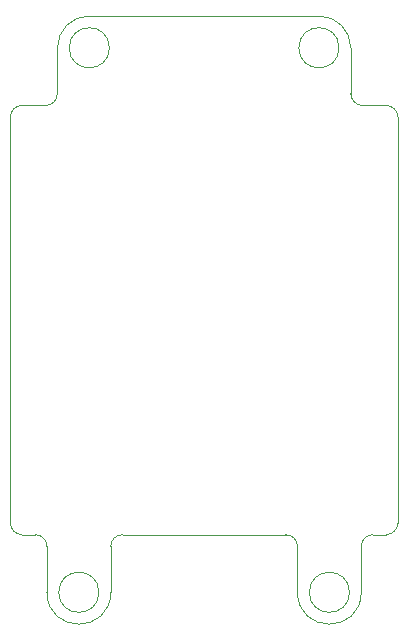
<source format=gbr>
%TF.GenerationSoftware,KiCad,Pcbnew,8.0.7*%
%TF.CreationDate,2025-02-15T22:59:02+05:30*%
%TF.ProjectId,isopcb,69736f70-6362-42e6-9b69-6361645f7063,rev?*%
%TF.SameCoordinates,Original*%
%TF.FileFunction,Profile,NP*%
%FSLAX46Y46*%
G04 Gerber Fmt 4.6, Leading zero omitted, Abs format (unit mm)*
G04 Created by KiCad (PCBNEW 8.0.7) date 2025-02-15 22:59:02*
%MOMM*%
%LPD*%
G01*
G04 APERTURE LIST*
%TA.AperFunction,Profile*%
%ADD10C,0.100000*%
%TD*%
G04 APERTURE END LIST*
D10*
X156389927Y-112826184D02*
G75*
G02*
X157389927Y-111826227I999973J-16D01*
G01*
X157826000Y-67906600D02*
X170766000Y-67906600D01*
X176602073Y-116706600D02*
G75*
G02*
X173202073Y-116706600I-1700000J0D01*
G01*
X173202073Y-116706600D02*
G75*
G02*
X176602073Y-116706600I1700000J0D01*
G01*
X174018492Y-67906600D02*
G75*
G02*
X176718500Y-70606600I8J-2700000D01*
G01*
X174018492Y-67906600D02*
X170766000Y-67906600D01*
X179702250Y-75488184D02*
G75*
G02*
X180702216Y-76488184I-50J-1000016D01*
G01*
X179702250Y-75488184D02*
X177718492Y-75488184D01*
X177602073Y-116706600D02*
G75*
G02*
X172202073Y-116706600I-2700000J0D01*
G01*
X172202073Y-112826184D02*
X172202073Y-116706600D01*
X155389927Y-116706600D02*
G75*
G02*
X151989927Y-116706600I-1700000J0D01*
G01*
X151989927Y-116706600D02*
G75*
G02*
X155389927Y-116706600I1700000J0D01*
G01*
X147889250Y-76488185D02*
G75*
G02*
X148889250Y-75488250I999950J-15D01*
G01*
X180702250Y-110826184D02*
X180702250Y-76488184D01*
X156389927Y-116706600D02*
X156389927Y-112826184D01*
X147889251Y-92776185D02*
X147889251Y-110826184D01*
X156389927Y-116706600D02*
G75*
G02*
X150989927Y-116706600I-2700000J0D01*
G01*
X178602073Y-111826184D02*
X179702250Y-111826184D01*
X177602073Y-116706600D02*
X177602073Y-112826184D01*
X157389927Y-111826184D02*
X171202073Y-111826184D01*
X147889250Y-76488185D02*
X147889251Y-92776185D01*
X148889737Y-111826184D02*
G75*
G02*
X147889316Y-110826184I-437J999984D01*
G01*
X175718492Y-70606600D02*
G75*
G02*
X172318492Y-70606600I-1700000J0D01*
G01*
X172318492Y-70606600D02*
G75*
G02*
X175718492Y-70606600I1700000J0D01*
G01*
X151873508Y-70606600D02*
X151873508Y-74488185D01*
X149989927Y-111826184D02*
G75*
G02*
X150989916Y-112826184I-27J-1000016D01*
G01*
X150989927Y-112826184D02*
X150989927Y-116706600D01*
X157826000Y-67906600D02*
X154573508Y-67906600D01*
X180702250Y-110826184D02*
G75*
G02*
X179702250Y-111826150I-999950J-16D01*
G01*
X150873508Y-75488185D02*
X148889250Y-75488185D01*
X151873508Y-70606600D02*
G75*
G02*
X154573508Y-67906608I2699992J0D01*
G01*
X148889737Y-111826184D02*
X149989927Y-111826184D01*
X176718492Y-74488184D02*
X176718492Y-70606600D01*
X177718492Y-75488184D02*
G75*
G02*
X176718516Y-74488184I8J999984D01*
G01*
X151873508Y-74488185D02*
G75*
G02*
X150873508Y-75488208I-1000008J-15D01*
G01*
X156273508Y-70606600D02*
G75*
G02*
X152873508Y-70606600I-1700000J0D01*
G01*
X152873508Y-70606600D02*
G75*
G02*
X156273508Y-70606600I1700000J0D01*
G01*
X177602073Y-112826184D02*
G75*
G02*
X178602073Y-111826173I1000027J-16D01*
G01*
X171202073Y-111826184D02*
G75*
G02*
X172202116Y-112826184I27J-1000016D01*
G01*
M02*

</source>
